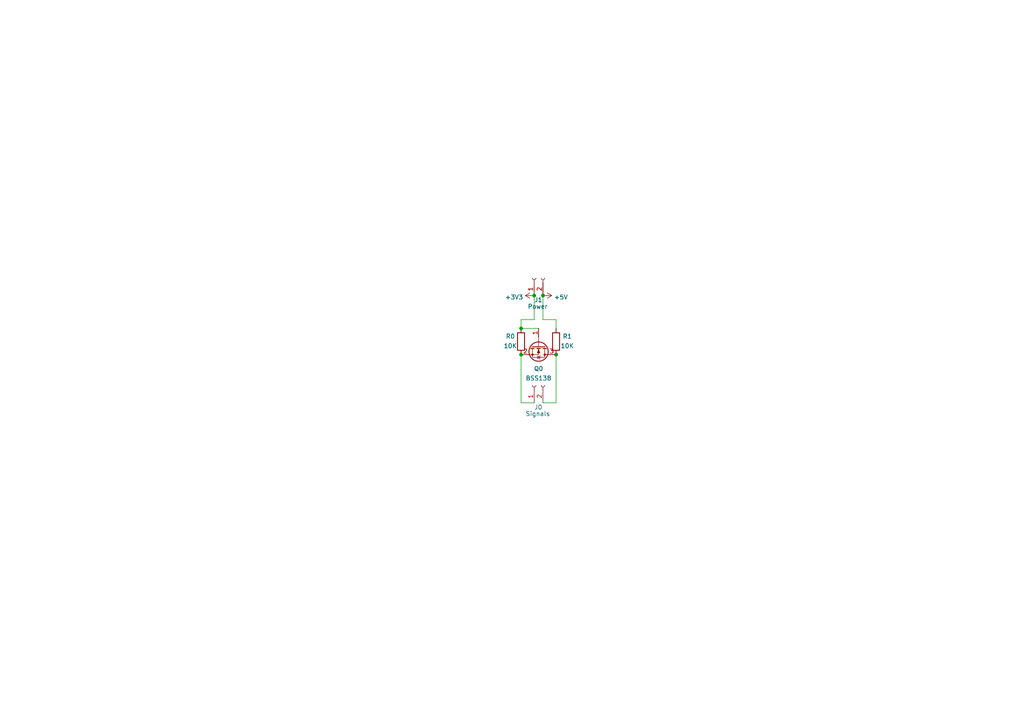
<source format=kicad_sch>
(kicad_sch (version 20211123) (generator eeschema)
  (paper "A4")
  (lib_symbols
    (symbol "Connector:Conn_01x02_Female" (pin_names (offset 1.016) hide)
      (property "Reference" "J" (at 0 2.54 0))
      (property "Value" "Conn_01x02_Female" (at 0 -5.08 0))
      (symbol "Conn_01x02_Female_1_1"
        (arc (start 0 -2.032) (mid -0.508 -2.54) (end 0 -3.048) (stroke (width 0.1524)))
        (polyline (pts (xy -1.27 -2.54) (xy -0.508 -2.54)) (stroke (width 0.1524)))
        (polyline (pts (xy -1.27 0) (xy -0.508 0)) (stroke (width 0.1524)))
        (arc (start 0 0.508) (mid -0.508 0) (end 0 -0.508) (stroke (width 0.1524)))
        (pin passive line (at -5.08 0 0) (length 3.81) (name "Pin_1") (number "1"))
        (pin passive line (at -5.08 -2.54 0) (length 3.81) (name "Pin_2") (number "2"))
      )
    )
    (symbol "Device:R" (pin_numbers hide) (pin_names (offset 0))
      (property "Reference" "R" (at 2.032 0 90))
      (property "Value" "R" (at 0 0 90))
      (symbol "R_0_1"
        (rectangle (start -1.016 -2.54) (end 1.016 2.54) (stroke (width 0.254)))
      )
      (symbol "R_1_1"
        (pin passive line (at 0 3.81 270) (length 1.27) (name "~") (number "1"))
        (pin passive line (at 0 -3.81 90) (length 1.27) (name "~") (number "2"))
      )
    )
    (symbol "Transistor_FET:BSS138" (pin_names hide)
      (property "Reference" "Q" (at 5.08 1.905 0))
      (property "Value" "BSS138" (at 5.08 0 0))
      (symbol "BSS138_0_1"
        (polyline (pts (xy 0.254 0) (xy -2.54 0)))
        (polyline (pts (xy 0.254 1.905) (xy 0.254 -1.905)) (stroke (width 0.254)))
        (polyline (pts (xy 0.762 -1.27) (xy 0.762 -2.286)) (stroke (width 0.254)))
        (polyline (pts (xy 0.762 0.508) (xy 0.762 -0.508)) (stroke (width 0.254)))
        (polyline (pts (xy 0.762 2.286) (xy 0.762 1.27)) (stroke (width 0.254)))
        (polyline (pts (xy 2.54 2.54) (xy 2.54 1.778)))
        (polyline (pts (xy 2.54 -2.54) (xy 2.54 0) (xy 0.762 0)))
        (polyline (pts (xy 0.762 -1.778) (xy 3.302 -1.778) (xy 3.302 1.778) (xy 0.762 1.778)))
        (polyline (pts (xy 1.016 0) (xy 2.032 0.381) (xy 2.032 -0.381) (xy 1.016 0)) (fill (type outline)))
        (polyline (pts (xy 2.794 0.508) (xy 2.921 0.381) (xy 3.683 0.381) (xy 3.81 0.254)))
        (polyline (pts (xy 3.302 0.381) (xy 2.921 -0.254) (xy 3.683 -0.254) (xy 3.302 0.381)))
        (circle (center 1.651 0) (radius 2.794) (stroke (width 0.254)))
        (circle (center 2.54 -1.778) (radius 0.254) (fill (type outline)))
        (circle (center 2.54 1.778) (radius 0.254) (fill (type outline)))
      )
      (symbol "BSS138_1_1"
        (pin input line (at -5.08 0 0) (length 2.54) (name "G") (number "1"))
        (pin passive line (at 2.54 -5.08 90) (length 2.54) (name "S") (number "2"))
        (pin passive line (at 2.54 5.08 270) (length 2.54) (name "D") (number "3"))
      )
    )
    (symbol "power:+3V3" (power) (pin_names (offset 0))
      (property "Value" "+3V3" (at 0 3.556 0))
      (symbol "+3V3_0_1"
        (polyline (pts (xy -0.762 1.27) (xy 0 2.54)))
        (polyline (pts (xy 0 0) (xy 0 2.54)))
        (polyline (pts (xy 0 2.54) (xy 0.762 1.27)))
      )
      (symbol "+3V3_1_1"
        (pin power_in line (at 0 0 90) (length 0) hide (name "+3V3") (number "1"))
      )
    )
    (symbol "power:+5V" (power) (pin_names (offset 0))
      (property "Value" "+5V" (at 0 3.556 0))
      (symbol "+5V_0_1"
        (polyline (pts (xy -0.762 1.27) (xy 0 2.54)))
        (polyline (pts (xy 0 0) (xy 0 2.54)))
        (polyline (pts (xy 0 2.54) (xy 0.762 1.27)))
      )
      (symbol "+5V_1_1"
        (pin power_in line (at 0 0 90) (length 0) hide (name "+5V") (number "1"))
      )
    )
  )
  (junction (at 157.48 85.725))
  (junction (at 154.94 85.725))
  (junction (at 161.29 102.87))
  (junction (at 151.13 95.25))
  (junction (at 151.13 102.87))
  (wire (pts (xy 161.29 92.71) (xy 161.29 95.25)))
  (wire (pts (xy 151.13 92.71) (xy 154.94 92.71)))
  (wire (pts (xy 161.29 116.84) (xy 157.48 116.84)))
  (wire (pts (xy 157.48 85.725) (xy 157.48 92.71)))
  (wire (pts (xy 161.29 102.87) (xy 161.29 116.84)))
  (wire (pts (xy 157.48 92.71) (xy 161.29 92.71)))
  (wire (pts (xy 151.13 116.84) (xy 154.94 116.84)))
  (wire (pts (xy 151.13 95.25) (xy 151.13 92.71)))
  (wire (pts (xy 151.13 95.25) (xy 156.21 95.25)))
  (wire (pts (xy 154.94 85.725) (xy 154.94 92.71)))
  (wire (pts (xy 151.13 102.87) (xy 151.13 116.84)))
  (symbol (lib_id "Device:R") (at 161.29 99.06 0) (unit 1)
    (property "Reference" "R1" (at 163.195 97.5549 0) (effects (justify left)))
    (property "Value" "10K" (at 162.56 100.33 0) (effects (justify left)))
    (property "Footprint" "EDI:Passive_0402_1005Metric" (effects hide))
  )
  (symbol (lib_id "Connector:Conn_01x02_Female") (at 154.94 80.645 90) (unit 1)
    (property "Reference" "J1" (at 154.94 86.995 90) (effects (justify right)))
    (property "Value" "Power" (at 153.035 88.9 90) (effects (justify right)))
    (property "Footprint" "Connector_PinSocket_2.54mm:PinSocket_1x02_P2.54mm_Vertical" (effects hide))
  )
  (symbol (lib_id "Transistor_FET:BSS138") (at 156.21 100.33 270) (unit 1)
    (property "Reference" "Q0" (at 156.21 106.9245 90))
    (property "Value" "BSS138" (at 156.21 109.6996 90))
    (property "Footprint" "Package_TO_SOT_SMD:SOT-23" (effects hide))
    (property "Datasheet" "https://www.onsemi.com/pub/Collateral/BSS138-D.PDF" (effects hide))
  )
  (symbol (lib_id "power:+5V") (at 157.48 85.725 270) (unit 1)
    (property "Reference" "#PWR0101" (effects hide))
    (property "Value" "+5V" (at 160.655 86.204 90) (effects (justify left)))
  )
  (symbol (lib_id "power:+3V3") (at 154.94 85.725 90) (unit 1)
    (property "Reference" "#PWR0102" (effects hide))
    (property "Value" "+3V3" (at 151.765 86.204 90) (effects (justify left)))
  )
  (symbol (lib_id "Connector:Conn_01x02_Female") (at 154.94 111.76 90) (unit 1)
    (property "Reference" "J0" (at 154.94 118.11 90) (effects (justify right)))
    (property "Value" "Signals" (at 152.4 120.015 90) (effects (justify right)))
    (property "Footprint" "Connector_PinSocket_2.54mm:PinSocket_1x02_P2.54mm_Vertical" (effects hide))
  )
  (symbol (lib_id "Device:R") (at 151.13 99.06 0) (unit 1)
    (property "Reference" "R0" (at 146.685 97.5549 0) (effects (justify left)))
    (property "Value" "10K" (at 146.05 100.33 0) (effects (justify left)))
    (property "Footprint" "EDI:Passive_0402_1005Metric" (effects hide))
  )
)
</source>
